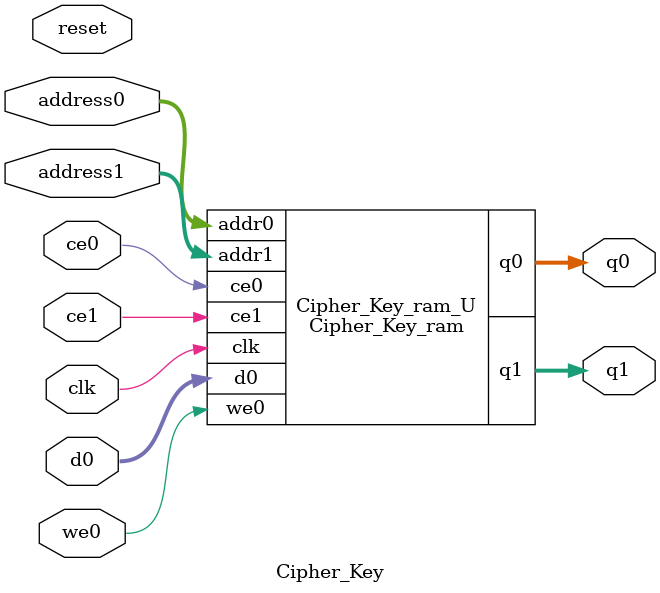
<source format=v>

`timescale 1 ns / 1 ps
module Cipher_Key_ram (addr0, ce0, d0, we0, q0, addr1, ce1, q1,  clk);

parameter DWIDTH = 4;
parameter AWIDTH = 5;
parameter MEM_SIZE = 32;

input[AWIDTH-1:0] addr0;
input ce0;
input[DWIDTH-1:0] d0;
input we0;
output reg[DWIDTH-1:0] q0;
input[AWIDTH-1:0] addr1;
input ce1;
output reg[DWIDTH-1:0] q1;
input clk;

(* ram_style = "distributed" *)reg [DWIDTH-1:0] ram[0:MEM_SIZE-1];




always @(posedge clk)  
begin 
    if (ce0) 
    begin
        if (we0) 
        begin 
            ram[addr0] <= d0; 
            q0 <= d0;
        end 
        else 
            q0 <= ram[addr0];
    end
end


always @(posedge clk)  
begin 
    if (ce1) 
    begin
            q1 <= ram[addr1];
    end
end


endmodule


`timescale 1 ns / 1 ps
module Cipher_Key(
    reset,
    clk,
    address0,
    ce0,
    we0,
    d0,
    q0,
    address1,
    ce1,
    q1);

parameter DataWidth = 32'd4;
parameter AddressRange = 32'd32;
parameter AddressWidth = 32'd5;
input reset;
input clk;
input[AddressWidth - 1:0] address0;
input ce0;
input we0;
input[DataWidth - 1:0] d0;
output[DataWidth - 1:0] q0;
input[AddressWidth - 1:0] address1;
input ce1;
output[DataWidth - 1:0] q1;



Cipher_Key_ram Cipher_Key_ram_U(
    .clk( clk ),
    .addr0( address0 ),
    .ce0( ce0 ),
    .d0( d0 ),
    .we0( we0 ),
    .q0( q0 ),
    .addr1( address1 ),
    .ce1( ce1 ),
    .q1( q1 ));

endmodule


</source>
